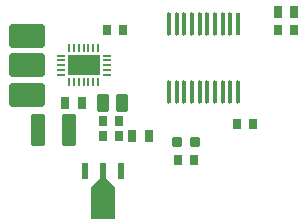
<source format=gtp>
G04*
G04 #@! TF.GenerationSoftware,Altium Limited,Altium Designer,23.3.1 (30)*
G04*
G04 Layer_Color=8421504*
%FSLAX43Y43*%
%MOMM*%
G71*
G04*
G04 #@! TF.SameCoordinates,9844E55F-96F2-4D63-9416-53F8DD85CCA4*
G04*
G04*
G04 #@! TF.FilePolarity,Positive*
G04*
G01*
G75*
G04:AMPARAMS|DCode=15|XSize=0.7mm|YSize=0.9mm|CornerRadius=0.07mm|HoleSize=0mm|Usage=FLASHONLY|Rotation=0.000|XOffset=0mm|YOffset=0mm|HoleType=Round|Shape=RoundedRectangle|*
%AMROUNDEDRECTD15*
21,1,0.700,0.760,0,0,0.0*
21,1,0.560,0.900,0,0,0.0*
1,1,0.140,0.280,-0.380*
1,1,0.140,-0.280,-0.380*
1,1,0.140,-0.280,0.380*
1,1,0.140,0.280,0.380*
%
%ADD15ROUNDEDRECTD15*%
%ADD16R,0.421X1.955*%
G04:AMPARAMS|DCode=17|XSize=1.955mm|YSize=0.421mm|CornerRadius=0.21mm|HoleSize=0mm|Usage=FLASHONLY|Rotation=270.000|XOffset=0mm|YOffset=0mm|HoleType=Round|Shape=RoundedRectangle|*
%AMROUNDEDRECTD17*
21,1,1.955,0.000,0,0,270.0*
21,1,1.534,0.421,0,0,270.0*
1,1,0.421,0.000,-0.767*
1,1,0.421,0.000,0.767*
1,1,0.421,0.000,0.767*
1,1,0.421,0.000,-0.767*
%
%ADD17ROUNDEDRECTD17*%
G04:AMPARAMS|DCode=18|XSize=0.2mm|YSize=0.7mm|CornerRadius=0.02mm|HoleSize=0mm|Usage=FLASHONLY|Rotation=0.000|XOffset=0mm|YOffset=0mm|HoleType=Round|Shape=RoundedRectangle|*
%AMROUNDEDRECTD18*
21,1,0.200,0.660,0,0,0.0*
21,1,0.160,0.700,0,0,0.0*
1,1,0.040,0.080,-0.330*
1,1,0.040,-0.080,-0.330*
1,1,0.040,-0.080,0.330*
1,1,0.040,0.080,0.330*
%
%ADD18ROUNDEDRECTD18*%
G04:AMPARAMS|DCode=19|XSize=0.2mm|YSize=0.7mm|CornerRadius=0.02mm|HoleSize=0mm|Usage=FLASHONLY|Rotation=270.000|XOffset=0mm|YOffset=0mm|HoleType=Round|Shape=RoundedRectangle|*
%AMROUNDEDRECTD19*
21,1,0.200,0.660,0,0,270.0*
21,1,0.160,0.700,0,0,270.0*
1,1,0.040,-0.330,-0.080*
1,1,0.040,-0.330,0.080*
1,1,0.040,0.330,0.080*
1,1,0.040,0.330,-0.080*
%
%ADD19ROUNDEDRECTD19*%
%ADD20R,2.700X1.700*%
G04:AMPARAMS|DCode=21|XSize=2mm|YSize=3mm|CornerRadius=0.2mm|HoleSize=0mm|Usage=FLASHONLY|Rotation=90.000|XOffset=0mm|YOffset=0mm|HoleType=Round|Shape=RoundedRectangle|*
%AMROUNDEDRECTD21*
21,1,2.000,2.600,0,0,90.0*
21,1,1.600,3.000,0,0,90.0*
1,1,0.400,1.300,0.800*
1,1,0.400,1.300,-0.800*
1,1,0.400,-1.300,-0.800*
1,1,0.400,-1.300,0.800*
%
%ADD21ROUNDEDRECTD21*%
G04:AMPARAMS|DCode=22|XSize=0.57mm|YSize=1.4mm|CornerRadius=0.057mm|HoleSize=0mm|Usage=FLASHONLY|Rotation=180.000|XOffset=0mm|YOffset=0mm|HoleType=Round|Shape=RoundedRectangle|*
%AMROUNDEDRECTD22*
21,1,0.570,1.286,0,0,180.0*
21,1,0.456,1.400,0,0,180.0*
1,1,0.114,-0.228,0.643*
1,1,0.114,0.228,0.643*
1,1,0.114,0.228,-0.643*
1,1,0.114,-0.228,-0.643*
%
%ADD22ROUNDEDRECTD22*%
G04:AMPARAMS|DCode=23|XSize=0.75mm|YSize=0.96mm|CornerRadius=0.075mm|HoleSize=0mm|Usage=FLASHONLY|Rotation=180.000|XOffset=0mm|YOffset=0mm|HoleType=Round|Shape=RoundedRectangle|*
%AMROUNDEDRECTD23*
21,1,0.750,0.810,0,0,180.0*
21,1,0.600,0.960,0,0,180.0*
1,1,0.150,-0.300,0.405*
1,1,0.150,0.300,0.405*
1,1,0.150,0.300,-0.405*
1,1,0.150,-0.300,-0.405*
%
%ADD23ROUNDEDRECTD23*%
G04:AMPARAMS|DCode=24|XSize=0.8mm|YSize=0.8mm|CornerRadius=0.08mm|HoleSize=0mm|Usage=FLASHONLY|Rotation=180.000|XOffset=0mm|YOffset=0mm|HoleType=Round|Shape=RoundedRectangle|*
%AMROUNDEDRECTD24*
21,1,0.800,0.640,0,0,180.0*
21,1,0.640,0.800,0,0,180.0*
1,1,0.160,-0.320,0.320*
1,1,0.160,0.320,0.320*
1,1,0.160,0.320,-0.320*
1,1,0.160,-0.320,-0.320*
%
%ADD24ROUNDEDRECTD24*%
G04:AMPARAMS|DCode=25|XSize=1.17mm|YSize=2.7mm|CornerRadius=0.117mm|HoleSize=0mm|Usage=FLASHONLY|Rotation=0.000|XOffset=0mm|YOffset=0mm|HoleType=Round|Shape=RoundedRectangle|*
%AMROUNDEDRECTD25*
21,1,1.170,2.466,0,0,0.0*
21,1,0.936,2.700,0,0,0.0*
1,1,0.234,0.468,-1.233*
1,1,0.234,-0.468,-1.233*
1,1,0.234,-0.468,1.233*
1,1,0.234,0.468,1.233*
%
%ADD25ROUNDEDRECTD25*%
G04:AMPARAMS|DCode=26|XSize=0.95mm|YSize=1.45mm|CornerRadius=0.095mm|HoleSize=0mm|Usage=FLASHONLY|Rotation=0.000|XOffset=0mm|YOffset=0mm|HoleType=Round|Shape=RoundedRectangle|*
%AMROUNDEDRECTD26*
21,1,0.950,1.260,0,0,0.0*
21,1,0.760,1.450,0,0,0.0*
1,1,0.190,0.380,-0.630*
1,1,0.190,-0.380,-0.630*
1,1,0.190,-0.380,0.630*
1,1,0.190,0.380,0.630*
%
%ADD26ROUNDEDRECTD26*%
G36*
X-6715Y-9643D02*
X-6000Y-10358D01*
Y-13000D01*
X-8000D01*
Y-10358D01*
X-7285Y-9643D01*
X-6715Y-9643D01*
D02*
G37*
D15*
X-5665Y-5969D02*
D03*
X-7035D02*
D03*
Y-4699D02*
D03*
X-5665D02*
D03*
X5685Y-5000D02*
D03*
X4315Y-5000D02*
D03*
X685Y-8000D02*
D03*
X-685D02*
D03*
X-6685Y3000D02*
D03*
X-5315D02*
D03*
X9185D02*
D03*
X7815D02*
D03*
D16*
X4425Y3510D02*
D03*
D17*
X3775D02*
D03*
X3125D02*
D03*
X2475D02*
D03*
X1825D02*
D03*
X1175D02*
D03*
X525D02*
D03*
X-125D02*
D03*
X-775D02*
D03*
X-1425D02*
D03*
Y-2240D02*
D03*
X-775D02*
D03*
X-125D02*
D03*
X525D02*
D03*
X1175D02*
D03*
X1825D02*
D03*
X2475D02*
D03*
X3125D02*
D03*
X3775D02*
D03*
X4425D02*
D03*
D18*
X-7455Y1450D02*
D03*
X-7855D02*
D03*
X-8255D02*
D03*
X-8655D02*
D03*
X-9055D02*
D03*
X-9455D02*
D03*
X-9855D02*
D03*
Y-1450D02*
D03*
X-9455D02*
D03*
X-9055D02*
D03*
X-8655D02*
D03*
X-8255D02*
D03*
X-7855D02*
D03*
X-7455D02*
D03*
D19*
X-10605Y800D02*
D03*
Y400D02*
D03*
Y0D02*
D03*
Y-400D02*
D03*
Y-800D02*
D03*
X-6705D02*
D03*
Y-400D02*
D03*
Y0D02*
D03*
Y400D02*
D03*
Y800D02*
D03*
D20*
X-8655Y0D02*
D03*
D21*
X-13405Y2500D02*
D03*
X-13405Y0D02*
D03*
X-13405Y-2500D02*
D03*
D22*
X-8500Y-9000D02*
D03*
X-7000Y-9000D02*
D03*
X-5500Y-9000D02*
D03*
D23*
X-3110Y-5969D02*
D03*
X-4510D02*
D03*
X-10225Y-3175D02*
D03*
X-8825D02*
D03*
X9200Y4500D02*
D03*
X7800D02*
D03*
D24*
X-750Y-6500D02*
D03*
X750D02*
D03*
D25*
X-12496Y-5461D02*
D03*
X-9856D02*
D03*
D26*
X-5423Y-3175D02*
D03*
X-7023D02*
D03*
M02*

</source>
